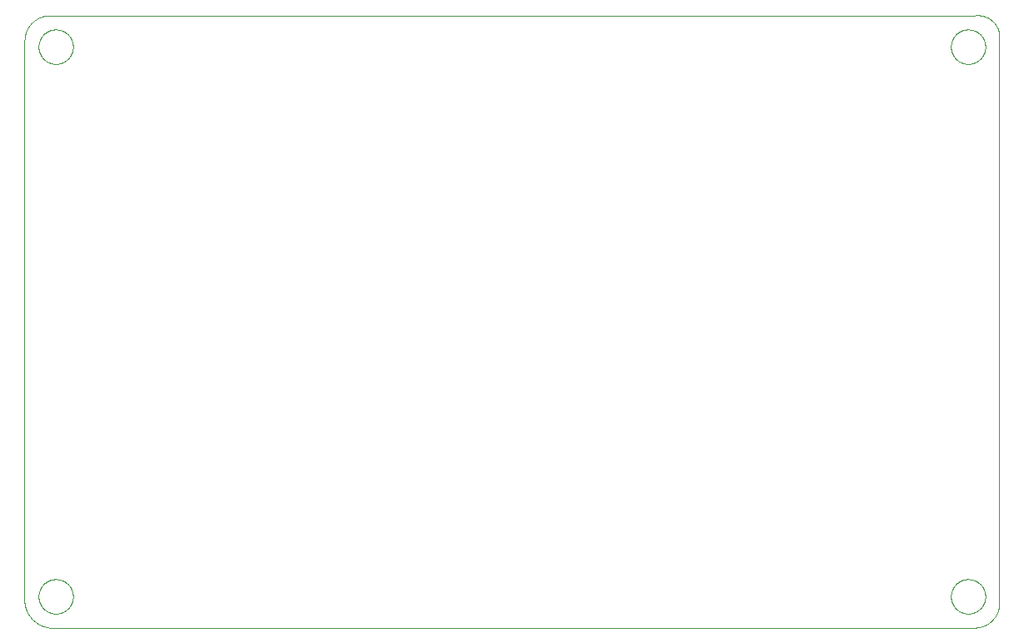
<source format=gbp>
G75*
%MOIN*%
%OFA0B0*%
%FSLAX25Y25*%
%IPPOS*%
%LPD*%
%AMOC8*
5,1,8,0,0,1.08239X$1,22.5*
%
%ADD10C,0.00000*%
D10*
X0031197Y0016379D02*
X0401197Y0016379D01*
X0401439Y0016382D01*
X0401680Y0016391D01*
X0401921Y0016405D01*
X0402162Y0016426D01*
X0402402Y0016452D01*
X0402642Y0016484D01*
X0402881Y0016522D01*
X0403118Y0016565D01*
X0403355Y0016615D01*
X0403590Y0016670D01*
X0403824Y0016730D01*
X0404056Y0016797D01*
X0404287Y0016868D01*
X0404516Y0016946D01*
X0404743Y0017029D01*
X0404968Y0017117D01*
X0405191Y0017211D01*
X0405411Y0017310D01*
X0405629Y0017415D01*
X0405844Y0017524D01*
X0406057Y0017639D01*
X0406267Y0017759D01*
X0406473Y0017884D01*
X0406677Y0018014D01*
X0406878Y0018149D01*
X0407075Y0018289D01*
X0407269Y0018433D01*
X0407459Y0018582D01*
X0407645Y0018736D01*
X0407828Y0018894D01*
X0408007Y0019056D01*
X0408182Y0019223D01*
X0408353Y0019394D01*
X0408520Y0019569D01*
X0408682Y0019748D01*
X0408840Y0019931D01*
X0408994Y0020117D01*
X0409143Y0020307D01*
X0409287Y0020501D01*
X0409427Y0020698D01*
X0409562Y0020899D01*
X0409692Y0021103D01*
X0409817Y0021309D01*
X0409937Y0021519D01*
X0410052Y0021732D01*
X0410161Y0021947D01*
X0410266Y0022165D01*
X0410365Y0022385D01*
X0410459Y0022608D01*
X0410547Y0022833D01*
X0410630Y0023060D01*
X0410708Y0023289D01*
X0410779Y0023520D01*
X0410846Y0023752D01*
X0410906Y0023986D01*
X0410961Y0024221D01*
X0411011Y0024458D01*
X0411054Y0024695D01*
X0411092Y0024934D01*
X0411124Y0025174D01*
X0411150Y0025414D01*
X0411171Y0025655D01*
X0411185Y0025896D01*
X0411194Y0026137D01*
X0411197Y0026379D01*
X0411197Y0253879D01*
X0411164Y0254090D01*
X0411127Y0254300D01*
X0411084Y0254510D01*
X0411036Y0254718D01*
X0410983Y0254925D01*
X0410925Y0255130D01*
X0410862Y0255334D01*
X0410794Y0255537D01*
X0410721Y0255738D01*
X0410644Y0255937D01*
X0410561Y0256134D01*
X0410474Y0256329D01*
X0410383Y0256522D01*
X0410286Y0256712D01*
X0410185Y0256901D01*
X0410080Y0257086D01*
X0409970Y0257270D01*
X0409856Y0257450D01*
X0409737Y0257628D01*
X0409614Y0257802D01*
X0409487Y0257974D01*
X0409356Y0258142D01*
X0409220Y0258308D01*
X0409081Y0258470D01*
X0408938Y0258628D01*
X0408791Y0258784D01*
X0408641Y0258935D01*
X0408487Y0259083D01*
X0408329Y0259227D01*
X0408168Y0259367D01*
X0408003Y0259503D01*
X0407835Y0259636D01*
X0407665Y0259764D01*
X0407491Y0259888D01*
X0407314Y0260008D01*
X0407134Y0260123D01*
X0406952Y0260234D01*
X0406767Y0260341D01*
X0406579Y0260443D01*
X0406389Y0260540D01*
X0406197Y0260633D01*
X0406002Y0260722D01*
X0405805Y0260805D01*
X0405607Y0260884D01*
X0405407Y0260958D01*
X0405204Y0261027D01*
X0405001Y0261091D01*
X0404795Y0261150D01*
X0404589Y0261205D01*
X0404381Y0261254D01*
X0404172Y0261298D01*
X0403962Y0261337D01*
X0403751Y0261371D01*
X0403540Y0261400D01*
X0403327Y0261424D01*
X0403115Y0261443D01*
X0402901Y0261456D01*
X0402688Y0261465D01*
X0402474Y0261468D01*
X0402261Y0261466D01*
X0402047Y0261459D01*
X0401834Y0261447D01*
X0401621Y0261429D01*
X0401409Y0261407D01*
X0401197Y0261379D01*
X0031197Y0261379D01*
X0030955Y0261376D01*
X0030714Y0261367D01*
X0030473Y0261353D01*
X0030232Y0261332D01*
X0029992Y0261306D01*
X0029752Y0261274D01*
X0029513Y0261236D01*
X0029276Y0261193D01*
X0029039Y0261143D01*
X0028804Y0261088D01*
X0028570Y0261028D01*
X0028338Y0260961D01*
X0028107Y0260890D01*
X0027878Y0260812D01*
X0027651Y0260729D01*
X0027426Y0260641D01*
X0027203Y0260547D01*
X0026983Y0260448D01*
X0026765Y0260343D01*
X0026550Y0260234D01*
X0026337Y0260119D01*
X0026127Y0259999D01*
X0025921Y0259874D01*
X0025717Y0259744D01*
X0025516Y0259609D01*
X0025319Y0259469D01*
X0025125Y0259325D01*
X0024935Y0259176D01*
X0024749Y0259022D01*
X0024566Y0258864D01*
X0024387Y0258702D01*
X0024212Y0258535D01*
X0024041Y0258364D01*
X0023874Y0258189D01*
X0023712Y0258010D01*
X0023554Y0257827D01*
X0023400Y0257641D01*
X0023251Y0257451D01*
X0023107Y0257257D01*
X0022967Y0257060D01*
X0022832Y0256859D01*
X0022702Y0256655D01*
X0022577Y0256449D01*
X0022457Y0256239D01*
X0022342Y0256026D01*
X0022233Y0255811D01*
X0022128Y0255593D01*
X0022029Y0255373D01*
X0021935Y0255150D01*
X0021847Y0254925D01*
X0021764Y0254698D01*
X0021686Y0254469D01*
X0021615Y0254238D01*
X0021548Y0254006D01*
X0021488Y0253772D01*
X0021433Y0253537D01*
X0021383Y0253300D01*
X0021340Y0253063D01*
X0021302Y0252824D01*
X0021270Y0252584D01*
X0021244Y0252344D01*
X0021223Y0252103D01*
X0021209Y0251862D01*
X0021200Y0251621D01*
X0021197Y0251379D01*
X0021197Y0028879D01*
X0021170Y0028603D01*
X0021149Y0028325D01*
X0021136Y0028048D01*
X0021129Y0027770D01*
X0021129Y0027492D01*
X0021136Y0027215D01*
X0021149Y0026937D01*
X0021170Y0026660D01*
X0021197Y0026384D01*
X0021231Y0026108D01*
X0021271Y0025833D01*
X0021319Y0025560D01*
X0021373Y0025287D01*
X0021434Y0025016D01*
X0021501Y0024746D01*
X0021575Y0024479D01*
X0021656Y0024213D01*
X0021743Y0023949D01*
X0021836Y0023687D01*
X0021936Y0023428D01*
X0022043Y0023172D01*
X0022155Y0022918D01*
X0022274Y0022666D01*
X0022399Y0022418D01*
X0022530Y0022173D01*
X0022666Y0021932D01*
X0022809Y0021693D01*
X0022958Y0021458D01*
X0023112Y0021227D01*
X0023272Y0021000D01*
X0023437Y0020777D01*
X0023608Y0020558D01*
X0023785Y0020343D01*
X0023966Y0020133D01*
X0024152Y0019927D01*
X0024344Y0019726D01*
X0024540Y0019529D01*
X0024742Y0019338D01*
X0024947Y0019151D01*
X0025158Y0018970D01*
X0025372Y0018793D01*
X0025591Y0018622D01*
X0025814Y0018457D01*
X0026042Y0018297D01*
X0026272Y0018142D01*
X0026507Y0017994D01*
X0026745Y0017851D01*
X0026987Y0017714D01*
X0027232Y0017583D01*
X0027480Y0017458D01*
X0027731Y0017339D01*
X0027985Y0017226D01*
X0028242Y0017120D01*
X0028501Y0017020D01*
X0028763Y0016926D01*
X0029026Y0016839D01*
X0029292Y0016759D01*
X0029560Y0016684D01*
X0029829Y0016617D01*
X0030100Y0016556D01*
X0030373Y0016502D01*
X0030647Y0016454D01*
X0030921Y0016413D01*
X0031197Y0016379D01*
X0026807Y0028879D02*
X0026809Y0029048D01*
X0026815Y0029217D01*
X0026826Y0029386D01*
X0026840Y0029554D01*
X0026859Y0029722D01*
X0026882Y0029890D01*
X0026908Y0030057D01*
X0026939Y0030223D01*
X0026974Y0030389D01*
X0027013Y0030553D01*
X0027057Y0030717D01*
X0027104Y0030879D01*
X0027155Y0031040D01*
X0027210Y0031200D01*
X0027269Y0031359D01*
X0027331Y0031516D01*
X0027398Y0031671D01*
X0027469Y0031825D01*
X0027543Y0031977D01*
X0027621Y0032127D01*
X0027702Y0032275D01*
X0027787Y0032421D01*
X0027876Y0032565D01*
X0027968Y0032707D01*
X0028064Y0032846D01*
X0028163Y0032983D01*
X0028265Y0033118D01*
X0028371Y0033250D01*
X0028480Y0033379D01*
X0028592Y0033506D01*
X0028707Y0033630D01*
X0028825Y0033751D01*
X0028946Y0033869D01*
X0029070Y0033984D01*
X0029197Y0034096D01*
X0029326Y0034205D01*
X0029458Y0034311D01*
X0029593Y0034413D01*
X0029730Y0034512D01*
X0029869Y0034608D01*
X0030011Y0034700D01*
X0030155Y0034789D01*
X0030301Y0034874D01*
X0030449Y0034955D01*
X0030599Y0035033D01*
X0030751Y0035107D01*
X0030905Y0035178D01*
X0031060Y0035245D01*
X0031217Y0035307D01*
X0031376Y0035366D01*
X0031536Y0035421D01*
X0031697Y0035472D01*
X0031859Y0035519D01*
X0032023Y0035563D01*
X0032187Y0035602D01*
X0032353Y0035637D01*
X0032519Y0035668D01*
X0032686Y0035694D01*
X0032854Y0035717D01*
X0033022Y0035736D01*
X0033190Y0035750D01*
X0033359Y0035761D01*
X0033528Y0035767D01*
X0033697Y0035769D01*
X0033866Y0035767D01*
X0034035Y0035761D01*
X0034204Y0035750D01*
X0034372Y0035736D01*
X0034540Y0035717D01*
X0034708Y0035694D01*
X0034875Y0035668D01*
X0035041Y0035637D01*
X0035207Y0035602D01*
X0035371Y0035563D01*
X0035535Y0035519D01*
X0035697Y0035472D01*
X0035858Y0035421D01*
X0036018Y0035366D01*
X0036177Y0035307D01*
X0036334Y0035245D01*
X0036489Y0035178D01*
X0036643Y0035107D01*
X0036795Y0035033D01*
X0036945Y0034955D01*
X0037093Y0034874D01*
X0037239Y0034789D01*
X0037383Y0034700D01*
X0037525Y0034608D01*
X0037664Y0034512D01*
X0037801Y0034413D01*
X0037936Y0034311D01*
X0038068Y0034205D01*
X0038197Y0034096D01*
X0038324Y0033984D01*
X0038448Y0033869D01*
X0038569Y0033751D01*
X0038687Y0033630D01*
X0038802Y0033506D01*
X0038914Y0033379D01*
X0039023Y0033250D01*
X0039129Y0033118D01*
X0039231Y0032983D01*
X0039330Y0032846D01*
X0039426Y0032707D01*
X0039518Y0032565D01*
X0039607Y0032421D01*
X0039692Y0032275D01*
X0039773Y0032127D01*
X0039851Y0031977D01*
X0039925Y0031825D01*
X0039996Y0031671D01*
X0040063Y0031516D01*
X0040125Y0031359D01*
X0040184Y0031200D01*
X0040239Y0031040D01*
X0040290Y0030879D01*
X0040337Y0030717D01*
X0040381Y0030553D01*
X0040420Y0030389D01*
X0040455Y0030223D01*
X0040486Y0030057D01*
X0040512Y0029890D01*
X0040535Y0029722D01*
X0040554Y0029554D01*
X0040568Y0029386D01*
X0040579Y0029217D01*
X0040585Y0029048D01*
X0040587Y0028879D01*
X0040585Y0028710D01*
X0040579Y0028541D01*
X0040568Y0028372D01*
X0040554Y0028204D01*
X0040535Y0028036D01*
X0040512Y0027868D01*
X0040486Y0027701D01*
X0040455Y0027535D01*
X0040420Y0027369D01*
X0040381Y0027205D01*
X0040337Y0027041D01*
X0040290Y0026879D01*
X0040239Y0026718D01*
X0040184Y0026558D01*
X0040125Y0026399D01*
X0040063Y0026242D01*
X0039996Y0026087D01*
X0039925Y0025933D01*
X0039851Y0025781D01*
X0039773Y0025631D01*
X0039692Y0025483D01*
X0039607Y0025337D01*
X0039518Y0025193D01*
X0039426Y0025051D01*
X0039330Y0024912D01*
X0039231Y0024775D01*
X0039129Y0024640D01*
X0039023Y0024508D01*
X0038914Y0024379D01*
X0038802Y0024252D01*
X0038687Y0024128D01*
X0038569Y0024007D01*
X0038448Y0023889D01*
X0038324Y0023774D01*
X0038197Y0023662D01*
X0038068Y0023553D01*
X0037936Y0023447D01*
X0037801Y0023345D01*
X0037664Y0023246D01*
X0037525Y0023150D01*
X0037383Y0023058D01*
X0037239Y0022969D01*
X0037093Y0022884D01*
X0036945Y0022803D01*
X0036795Y0022725D01*
X0036643Y0022651D01*
X0036489Y0022580D01*
X0036334Y0022513D01*
X0036177Y0022451D01*
X0036018Y0022392D01*
X0035858Y0022337D01*
X0035697Y0022286D01*
X0035535Y0022239D01*
X0035371Y0022195D01*
X0035207Y0022156D01*
X0035041Y0022121D01*
X0034875Y0022090D01*
X0034708Y0022064D01*
X0034540Y0022041D01*
X0034372Y0022022D01*
X0034204Y0022008D01*
X0034035Y0021997D01*
X0033866Y0021991D01*
X0033697Y0021989D01*
X0033528Y0021991D01*
X0033359Y0021997D01*
X0033190Y0022008D01*
X0033022Y0022022D01*
X0032854Y0022041D01*
X0032686Y0022064D01*
X0032519Y0022090D01*
X0032353Y0022121D01*
X0032187Y0022156D01*
X0032023Y0022195D01*
X0031859Y0022239D01*
X0031697Y0022286D01*
X0031536Y0022337D01*
X0031376Y0022392D01*
X0031217Y0022451D01*
X0031060Y0022513D01*
X0030905Y0022580D01*
X0030751Y0022651D01*
X0030599Y0022725D01*
X0030449Y0022803D01*
X0030301Y0022884D01*
X0030155Y0022969D01*
X0030011Y0023058D01*
X0029869Y0023150D01*
X0029730Y0023246D01*
X0029593Y0023345D01*
X0029458Y0023447D01*
X0029326Y0023553D01*
X0029197Y0023662D01*
X0029070Y0023774D01*
X0028946Y0023889D01*
X0028825Y0024007D01*
X0028707Y0024128D01*
X0028592Y0024252D01*
X0028480Y0024379D01*
X0028371Y0024508D01*
X0028265Y0024640D01*
X0028163Y0024775D01*
X0028064Y0024912D01*
X0027968Y0025051D01*
X0027876Y0025193D01*
X0027787Y0025337D01*
X0027702Y0025483D01*
X0027621Y0025631D01*
X0027543Y0025781D01*
X0027469Y0025933D01*
X0027398Y0026087D01*
X0027331Y0026242D01*
X0027269Y0026399D01*
X0027210Y0026558D01*
X0027155Y0026718D01*
X0027104Y0026879D01*
X0027057Y0027041D01*
X0027013Y0027205D01*
X0026974Y0027369D01*
X0026939Y0027535D01*
X0026908Y0027701D01*
X0026882Y0027868D01*
X0026859Y0028036D01*
X0026840Y0028204D01*
X0026826Y0028372D01*
X0026815Y0028541D01*
X0026809Y0028710D01*
X0026807Y0028879D01*
X0026807Y0248879D02*
X0026809Y0249048D01*
X0026815Y0249217D01*
X0026826Y0249386D01*
X0026840Y0249554D01*
X0026859Y0249722D01*
X0026882Y0249890D01*
X0026908Y0250057D01*
X0026939Y0250223D01*
X0026974Y0250389D01*
X0027013Y0250553D01*
X0027057Y0250717D01*
X0027104Y0250879D01*
X0027155Y0251040D01*
X0027210Y0251200D01*
X0027269Y0251359D01*
X0027331Y0251516D01*
X0027398Y0251671D01*
X0027469Y0251825D01*
X0027543Y0251977D01*
X0027621Y0252127D01*
X0027702Y0252275D01*
X0027787Y0252421D01*
X0027876Y0252565D01*
X0027968Y0252707D01*
X0028064Y0252846D01*
X0028163Y0252983D01*
X0028265Y0253118D01*
X0028371Y0253250D01*
X0028480Y0253379D01*
X0028592Y0253506D01*
X0028707Y0253630D01*
X0028825Y0253751D01*
X0028946Y0253869D01*
X0029070Y0253984D01*
X0029197Y0254096D01*
X0029326Y0254205D01*
X0029458Y0254311D01*
X0029593Y0254413D01*
X0029730Y0254512D01*
X0029869Y0254608D01*
X0030011Y0254700D01*
X0030155Y0254789D01*
X0030301Y0254874D01*
X0030449Y0254955D01*
X0030599Y0255033D01*
X0030751Y0255107D01*
X0030905Y0255178D01*
X0031060Y0255245D01*
X0031217Y0255307D01*
X0031376Y0255366D01*
X0031536Y0255421D01*
X0031697Y0255472D01*
X0031859Y0255519D01*
X0032023Y0255563D01*
X0032187Y0255602D01*
X0032353Y0255637D01*
X0032519Y0255668D01*
X0032686Y0255694D01*
X0032854Y0255717D01*
X0033022Y0255736D01*
X0033190Y0255750D01*
X0033359Y0255761D01*
X0033528Y0255767D01*
X0033697Y0255769D01*
X0033866Y0255767D01*
X0034035Y0255761D01*
X0034204Y0255750D01*
X0034372Y0255736D01*
X0034540Y0255717D01*
X0034708Y0255694D01*
X0034875Y0255668D01*
X0035041Y0255637D01*
X0035207Y0255602D01*
X0035371Y0255563D01*
X0035535Y0255519D01*
X0035697Y0255472D01*
X0035858Y0255421D01*
X0036018Y0255366D01*
X0036177Y0255307D01*
X0036334Y0255245D01*
X0036489Y0255178D01*
X0036643Y0255107D01*
X0036795Y0255033D01*
X0036945Y0254955D01*
X0037093Y0254874D01*
X0037239Y0254789D01*
X0037383Y0254700D01*
X0037525Y0254608D01*
X0037664Y0254512D01*
X0037801Y0254413D01*
X0037936Y0254311D01*
X0038068Y0254205D01*
X0038197Y0254096D01*
X0038324Y0253984D01*
X0038448Y0253869D01*
X0038569Y0253751D01*
X0038687Y0253630D01*
X0038802Y0253506D01*
X0038914Y0253379D01*
X0039023Y0253250D01*
X0039129Y0253118D01*
X0039231Y0252983D01*
X0039330Y0252846D01*
X0039426Y0252707D01*
X0039518Y0252565D01*
X0039607Y0252421D01*
X0039692Y0252275D01*
X0039773Y0252127D01*
X0039851Y0251977D01*
X0039925Y0251825D01*
X0039996Y0251671D01*
X0040063Y0251516D01*
X0040125Y0251359D01*
X0040184Y0251200D01*
X0040239Y0251040D01*
X0040290Y0250879D01*
X0040337Y0250717D01*
X0040381Y0250553D01*
X0040420Y0250389D01*
X0040455Y0250223D01*
X0040486Y0250057D01*
X0040512Y0249890D01*
X0040535Y0249722D01*
X0040554Y0249554D01*
X0040568Y0249386D01*
X0040579Y0249217D01*
X0040585Y0249048D01*
X0040587Y0248879D01*
X0040585Y0248710D01*
X0040579Y0248541D01*
X0040568Y0248372D01*
X0040554Y0248204D01*
X0040535Y0248036D01*
X0040512Y0247868D01*
X0040486Y0247701D01*
X0040455Y0247535D01*
X0040420Y0247369D01*
X0040381Y0247205D01*
X0040337Y0247041D01*
X0040290Y0246879D01*
X0040239Y0246718D01*
X0040184Y0246558D01*
X0040125Y0246399D01*
X0040063Y0246242D01*
X0039996Y0246087D01*
X0039925Y0245933D01*
X0039851Y0245781D01*
X0039773Y0245631D01*
X0039692Y0245483D01*
X0039607Y0245337D01*
X0039518Y0245193D01*
X0039426Y0245051D01*
X0039330Y0244912D01*
X0039231Y0244775D01*
X0039129Y0244640D01*
X0039023Y0244508D01*
X0038914Y0244379D01*
X0038802Y0244252D01*
X0038687Y0244128D01*
X0038569Y0244007D01*
X0038448Y0243889D01*
X0038324Y0243774D01*
X0038197Y0243662D01*
X0038068Y0243553D01*
X0037936Y0243447D01*
X0037801Y0243345D01*
X0037664Y0243246D01*
X0037525Y0243150D01*
X0037383Y0243058D01*
X0037239Y0242969D01*
X0037093Y0242884D01*
X0036945Y0242803D01*
X0036795Y0242725D01*
X0036643Y0242651D01*
X0036489Y0242580D01*
X0036334Y0242513D01*
X0036177Y0242451D01*
X0036018Y0242392D01*
X0035858Y0242337D01*
X0035697Y0242286D01*
X0035535Y0242239D01*
X0035371Y0242195D01*
X0035207Y0242156D01*
X0035041Y0242121D01*
X0034875Y0242090D01*
X0034708Y0242064D01*
X0034540Y0242041D01*
X0034372Y0242022D01*
X0034204Y0242008D01*
X0034035Y0241997D01*
X0033866Y0241991D01*
X0033697Y0241989D01*
X0033528Y0241991D01*
X0033359Y0241997D01*
X0033190Y0242008D01*
X0033022Y0242022D01*
X0032854Y0242041D01*
X0032686Y0242064D01*
X0032519Y0242090D01*
X0032353Y0242121D01*
X0032187Y0242156D01*
X0032023Y0242195D01*
X0031859Y0242239D01*
X0031697Y0242286D01*
X0031536Y0242337D01*
X0031376Y0242392D01*
X0031217Y0242451D01*
X0031060Y0242513D01*
X0030905Y0242580D01*
X0030751Y0242651D01*
X0030599Y0242725D01*
X0030449Y0242803D01*
X0030301Y0242884D01*
X0030155Y0242969D01*
X0030011Y0243058D01*
X0029869Y0243150D01*
X0029730Y0243246D01*
X0029593Y0243345D01*
X0029458Y0243447D01*
X0029326Y0243553D01*
X0029197Y0243662D01*
X0029070Y0243774D01*
X0028946Y0243889D01*
X0028825Y0244007D01*
X0028707Y0244128D01*
X0028592Y0244252D01*
X0028480Y0244379D01*
X0028371Y0244508D01*
X0028265Y0244640D01*
X0028163Y0244775D01*
X0028064Y0244912D01*
X0027968Y0245051D01*
X0027876Y0245193D01*
X0027787Y0245337D01*
X0027702Y0245483D01*
X0027621Y0245631D01*
X0027543Y0245781D01*
X0027469Y0245933D01*
X0027398Y0246087D01*
X0027331Y0246242D01*
X0027269Y0246399D01*
X0027210Y0246558D01*
X0027155Y0246718D01*
X0027104Y0246879D01*
X0027057Y0247041D01*
X0027013Y0247205D01*
X0026974Y0247369D01*
X0026939Y0247535D01*
X0026908Y0247701D01*
X0026882Y0247868D01*
X0026859Y0248036D01*
X0026840Y0248204D01*
X0026826Y0248372D01*
X0026815Y0248541D01*
X0026809Y0248710D01*
X0026807Y0248879D01*
X0391807Y0248879D02*
X0391809Y0249048D01*
X0391815Y0249217D01*
X0391826Y0249386D01*
X0391840Y0249554D01*
X0391859Y0249722D01*
X0391882Y0249890D01*
X0391908Y0250057D01*
X0391939Y0250223D01*
X0391974Y0250389D01*
X0392013Y0250553D01*
X0392057Y0250717D01*
X0392104Y0250879D01*
X0392155Y0251040D01*
X0392210Y0251200D01*
X0392269Y0251359D01*
X0392331Y0251516D01*
X0392398Y0251671D01*
X0392469Y0251825D01*
X0392543Y0251977D01*
X0392621Y0252127D01*
X0392702Y0252275D01*
X0392787Y0252421D01*
X0392876Y0252565D01*
X0392968Y0252707D01*
X0393064Y0252846D01*
X0393163Y0252983D01*
X0393265Y0253118D01*
X0393371Y0253250D01*
X0393480Y0253379D01*
X0393592Y0253506D01*
X0393707Y0253630D01*
X0393825Y0253751D01*
X0393946Y0253869D01*
X0394070Y0253984D01*
X0394197Y0254096D01*
X0394326Y0254205D01*
X0394458Y0254311D01*
X0394593Y0254413D01*
X0394730Y0254512D01*
X0394869Y0254608D01*
X0395011Y0254700D01*
X0395155Y0254789D01*
X0395301Y0254874D01*
X0395449Y0254955D01*
X0395599Y0255033D01*
X0395751Y0255107D01*
X0395905Y0255178D01*
X0396060Y0255245D01*
X0396217Y0255307D01*
X0396376Y0255366D01*
X0396536Y0255421D01*
X0396697Y0255472D01*
X0396859Y0255519D01*
X0397023Y0255563D01*
X0397187Y0255602D01*
X0397353Y0255637D01*
X0397519Y0255668D01*
X0397686Y0255694D01*
X0397854Y0255717D01*
X0398022Y0255736D01*
X0398190Y0255750D01*
X0398359Y0255761D01*
X0398528Y0255767D01*
X0398697Y0255769D01*
X0398866Y0255767D01*
X0399035Y0255761D01*
X0399204Y0255750D01*
X0399372Y0255736D01*
X0399540Y0255717D01*
X0399708Y0255694D01*
X0399875Y0255668D01*
X0400041Y0255637D01*
X0400207Y0255602D01*
X0400371Y0255563D01*
X0400535Y0255519D01*
X0400697Y0255472D01*
X0400858Y0255421D01*
X0401018Y0255366D01*
X0401177Y0255307D01*
X0401334Y0255245D01*
X0401489Y0255178D01*
X0401643Y0255107D01*
X0401795Y0255033D01*
X0401945Y0254955D01*
X0402093Y0254874D01*
X0402239Y0254789D01*
X0402383Y0254700D01*
X0402525Y0254608D01*
X0402664Y0254512D01*
X0402801Y0254413D01*
X0402936Y0254311D01*
X0403068Y0254205D01*
X0403197Y0254096D01*
X0403324Y0253984D01*
X0403448Y0253869D01*
X0403569Y0253751D01*
X0403687Y0253630D01*
X0403802Y0253506D01*
X0403914Y0253379D01*
X0404023Y0253250D01*
X0404129Y0253118D01*
X0404231Y0252983D01*
X0404330Y0252846D01*
X0404426Y0252707D01*
X0404518Y0252565D01*
X0404607Y0252421D01*
X0404692Y0252275D01*
X0404773Y0252127D01*
X0404851Y0251977D01*
X0404925Y0251825D01*
X0404996Y0251671D01*
X0405063Y0251516D01*
X0405125Y0251359D01*
X0405184Y0251200D01*
X0405239Y0251040D01*
X0405290Y0250879D01*
X0405337Y0250717D01*
X0405381Y0250553D01*
X0405420Y0250389D01*
X0405455Y0250223D01*
X0405486Y0250057D01*
X0405512Y0249890D01*
X0405535Y0249722D01*
X0405554Y0249554D01*
X0405568Y0249386D01*
X0405579Y0249217D01*
X0405585Y0249048D01*
X0405587Y0248879D01*
X0405585Y0248710D01*
X0405579Y0248541D01*
X0405568Y0248372D01*
X0405554Y0248204D01*
X0405535Y0248036D01*
X0405512Y0247868D01*
X0405486Y0247701D01*
X0405455Y0247535D01*
X0405420Y0247369D01*
X0405381Y0247205D01*
X0405337Y0247041D01*
X0405290Y0246879D01*
X0405239Y0246718D01*
X0405184Y0246558D01*
X0405125Y0246399D01*
X0405063Y0246242D01*
X0404996Y0246087D01*
X0404925Y0245933D01*
X0404851Y0245781D01*
X0404773Y0245631D01*
X0404692Y0245483D01*
X0404607Y0245337D01*
X0404518Y0245193D01*
X0404426Y0245051D01*
X0404330Y0244912D01*
X0404231Y0244775D01*
X0404129Y0244640D01*
X0404023Y0244508D01*
X0403914Y0244379D01*
X0403802Y0244252D01*
X0403687Y0244128D01*
X0403569Y0244007D01*
X0403448Y0243889D01*
X0403324Y0243774D01*
X0403197Y0243662D01*
X0403068Y0243553D01*
X0402936Y0243447D01*
X0402801Y0243345D01*
X0402664Y0243246D01*
X0402525Y0243150D01*
X0402383Y0243058D01*
X0402239Y0242969D01*
X0402093Y0242884D01*
X0401945Y0242803D01*
X0401795Y0242725D01*
X0401643Y0242651D01*
X0401489Y0242580D01*
X0401334Y0242513D01*
X0401177Y0242451D01*
X0401018Y0242392D01*
X0400858Y0242337D01*
X0400697Y0242286D01*
X0400535Y0242239D01*
X0400371Y0242195D01*
X0400207Y0242156D01*
X0400041Y0242121D01*
X0399875Y0242090D01*
X0399708Y0242064D01*
X0399540Y0242041D01*
X0399372Y0242022D01*
X0399204Y0242008D01*
X0399035Y0241997D01*
X0398866Y0241991D01*
X0398697Y0241989D01*
X0398528Y0241991D01*
X0398359Y0241997D01*
X0398190Y0242008D01*
X0398022Y0242022D01*
X0397854Y0242041D01*
X0397686Y0242064D01*
X0397519Y0242090D01*
X0397353Y0242121D01*
X0397187Y0242156D01*
X0397023Y0242195D01*
X0396859Y0242239D01*
X0396697Y0242286D01*
X0396536Y0242337D01*
X0396376Y0242392D01*
X0396217Y0242451D01*
X0396060Y0242513D01*
X0395905Y0242580D01*
X0395751Y0242651D01*
X0395599Y0242725D01*
X0395449Y0242803D01*
X0395301Y0242884D01*
X0395155Y0242969D01*
X0395011Y0243058D01*
X0394869Y0243150D01*
X0394730Y0243246D01*
X0394593Y0243345D01*
X0394458Y0243447D01*
X0394326Y0243553D01*
X0394197Y0243662D01*
X0394070Y0243774D01*
X0393946Y0243889D01*
X0393825Y0244007D01*
X0393707Y0244128D01*
X0393592Y0244252D01*
X0393480Y0244379D01*
X0393371Y0244508D01*
X0393265Y0244640D01*
X0393163Y0244775D01*
X0393064Y0244912D01*
X0392968Y0245051D01*
X0392876Y0245193D01*
X0392787Y0245337D01*
X0392702Y0245483D01*
X0392621Y0245631D01*
X0392543Y0245781D01*
X0392469Y0245933D01*
X0392398Y0246087D01*
X0392331Y0246242D01*
X0392269Y0246399D01*
X0392210Y0246558D01*
X0392155Y0246718D01*
X0392104Y0246879D01*
X0392057Y0247041D01*
X0392013Y0247205D01*
X0391974Y0247369D01*
X0391939Y0247535D01*
X0391908Y0247701D01*
X0391882Y0247868D01*
X0391859Y0248036D01*
X0391840Y0248204D01*
X0391826Y0248372D01*
X0391815Y0248541D01*
X0391809Y0248710D01*
X0391807Y0248879D01*
X0391807Y0028879D02*
X0391809Y0029048D01*
X0391815Y0029217D01*
X0391826Y0029386D01*
X0391840Y0029554D01*
X0391859Y0029722D01*
X0391882Y0029890D01*
X0391908Y0030057D01*
X0391939Y0030223D01*
X0391974Y0030389D01*
X0392013Y0030553D01*
X0392057Y0030717D01*
X0392104Y0030879D01*
X0392155Y0031040D01*
X0392210Y0031200D01*
X0392269Y0031359D01*
X0392331Y0031516D01*
X0392398Y0031671D01*
X0392469Y0031825D01*
X0392543Y0031977D01*
X0392621Y0032127D01*
X0392702Y0032275D01*
X0392787Y0032421D01*
X0392876Y0032565D01*
X0392968Y0032707D01*
X0393064Y0032846D01*
X0393163Y0032983D01*
X0393265Y0033118D01*
X0393371Y0033250D01*
X0393480Y0033379D01*
X0393592Y0033506D01*
X0393707Y0033630D01*
X0393825Y0033751D01*
X0393946Y0033869D01*
X0394070Y0033984D01*
X0394197Y0034096D01*
X0394326Y0034205D01*
X0394458Y0034311D01*
X0394593Y0034413D01*
X0394730Y0034512D01*
X0394869Y0034608D01*
X0395011Y0034700D01*
X0395155Y0034789D01*
X0395301Y0034874D01*
X0395449Y0034955D01*
X0395599Y0035033D01*
X0395751Y0035107D01*
X0395905Y0035178D01*
X0396060Y0035245D01*
X0396217Y0035307D01*
X0396376Y0035366D01*
X0396536Y0035421D01*
X0396697Y0035472D01*
X0396859Y0035519D01*
X0397023Y0035563D01*
X0397187Y0035602D01*
X0397353Y0035637D01*
X0397519Y0035668D01*
X0397686Y0035694D01*
X0397854Y0035717D01*
X0398022Y0035736D01*
X0398190Y0035750D01*
X0398359Y0035761D01*
X0398528Y0035767D01*
X0398697Y0035769D01*
X0398866Y0035767D01*
X0399035Y0035761D01*
X0399204Y0035750D01*
X0399372Y0035736D01*
X0399540Y0035717D01*
X0399708Y0035694D01*
X0399875Y0035668D01*
X0400041Y0035637D01*
X0400207Y0035602D01*
X0400371Y0035563D01*
X0400535Y0035519D01*
X0400697Y0035472D01*
X0400858Y0035421D01*
X0401018Y0035366D01*
X0401177Y0035307D01*
X0401334Y0035245D01*
X0401489Y0035178D01*
X0401643Y0035107D01*
X0401795Y0035033D01*
X0401945Y0034955D01*
X0402093Y0034874D01*
X0402239Y0034789D01*
X0402383Y0034700D01*
X0402525Y0034608D01*
X0402664Y0034512D01*
X0402801Y0034413D01*
X0402936Y0034311D01*
X0403068Y0034205D01*
X0403197Y0034096D01*
X0403324Y0033984D01*
X0403448Y0033869D01*
X0403569Y0033751D01*
X0403687Y0033630D01*
X0403802Y0033506D01*
X0403914Y0033379D01*
X0404023Y0033250D01*
X0404129Y0033118D01*
X0404231Y0032983D01*
X0404330Y0032846D01*
X0404426Y0032707D01*
X0404518Y0032565D01*
X0404607Y0032421D01*
X0404692Y0032275D01*
X0404773Y0032127D01*
X0404851Y0031977D01*
X0404925Y0031825D01*
X0404996Y0031671D01*
X0405063Y0031516D01*
X0405125Y0031359D01*
X0405184Y0031200D01*
X0405239Y0031040D01*
X0405290Y0030879D01*
X0405337Y0030717D01*
X0405381Y0030553D01*
X0405420Y0030389D01*
X0405455Y0030223D01*
X0405486Y0030057D01*
X0405512Y0029890D01*
X0405535Y0029722D01*
X0405554Y0029554D01*
X0405568Y0029386D01*
X0405579Y0029217D01*
X0405585Y0029048D01*
X0405587Y0028879D01*
X0405585Y0028710D01*
X0405579Y0028541D01*
X0405568Y0028372D01*
X0405554Y0028204D01*
X0405535Y0028036D01*
X0405512Y0027868D01*
X0405486Y0027701D01*
X0405455Y0027535D01*
X0405420Y0027369D01*
X0405381Y0027205D01*
X0405337Y0027041D01*
X0405290Y0026879D01*
X0405239Y0026718D01*
X0405184Y0026558D01*
X0405125Y0026399D01*
X0405063Y0026242D01*
X0404996Y0026087D01*
X0404925Y0025933D01*
X0404851Y0025781D01*
X0404773Y0025631D01*
X0404692Y0025483D01*
X0404607Y0025337D01*
X0404518Y0025193D01*
X0404426Y0025051D01*
X0404330Y0024912D01*
X0404231Y0024775D01*
X0404129Y0024640D01*
X0404023Y0024508D01*
X0403914Y0024379D01*
X0403802Y0024252D01*
X0403687Y0024128D01*
X0403569Y0024007D01*
X0403448Y0023889D01*
X0403324Y0023774D01*
X0403197Y0023662D01*
X0403068Y0023553D01*
X0402936Y0023447D01*
X0402801Y0023345D01*
X0402664Y0023246D01*
X0402525Y0023150D01*
X0402383Y0023058D01*
X0402239Y0022969D01*
X0402093Y0022884D01*
X0401945Y0022803D01*
X0401795Y0022725D01*
X0401643Y0022651D01*
X0401489Y0022580D01*
X0401334Y0022513D01*
X0401177Y0022451D01*
X0401018Y0022392D01*
X0400858Y0022337D01*
X0400697Y0022286D01*
X0400535Y0022239D01*
X0400371Y0022195D01*
X0400207Y0022156D01*
X0400041Y0022121D01*
X0399875Y0022090D01*
X0399708Y0022064D01*
X0399540Y0022041D01*
X0399372Y0022022D01*
X0399204Y0022008D01*
X0399035Y0021997D01*
X0398866Y0021991D01*
X0398697Y0021989D01*
X0398528Y0021991D01*
X0398359Y0021997D01*
X0398190Y0022008D01*
X0398022Y0022022D01*
X0397854Y0022041D01*
X0397686Y0022064D01*
X0397519Y0022090D01*
X0397353Y0022121D01*
X0397187Y0022156D01*
X0397023Y0022195D01*
X0396859Y0022239D01*
X0396697Y0022286D01*
X0396536Y0022337D01*
X0396376Y0022392D01*
X0396217Y0022451D01*
X0396060Y0022513D01*
X0395905Y0022580D01*
X0395751Y0022651D01*
X0395599Y0022725D01*
X0395449Y0022803D01*
X0395301Y0022884D01*
X0395155Y0022969D01*
X0395011Y0023058D01*
X0394869Y0023150D01*
X0394730Y0023246D01*
X0394593Y0023345D01*
X0394458Y0023447D01*
X0394326Y0023553D01*
X0394197Y0023662D01*
X0394070Y0023774D01*
X0393946Y0023889D01*
X0393825Y0024007D01*
X0393707Y0024128D01*
X0393592Y0024252D01*
X0393480Y0024379D01*
X0393371Y0024508D01*
X0393265Y0024640D01*
X0393163Y0024775D01*
X0393064Y0024912D01*
X0392968Y0025051D01*
X0392876Y0025193D01*
X0392787Y0025337D01*
X0392702Y0025483D01*
X0392621Y0025631D01*
X0392543Y0025781D01*
X0392469Y0025933D01*
X0392398Y0026087D01*
X0392331Y0026242D01*
X0392269Y0026399D01*
X0392210Y0026558D01*
X0392155Y0026718D01*
X0392104Y0026879D01*
X0392057Y0027041D01*
X0392013Y0027205D01*
X0391974Y0027369D01*
X0391939Y0027535D01*
X0391908Y0027701D01*
X0391882Y0027868D01*
X0391859Y0028036D01*
X0391840Y0028204D01*
X0391826Y0028372D01*
X0391815Y0028541D01*
X0391809Y0028710D01*
X0391807Y0028879D01*
M02*

</source>
